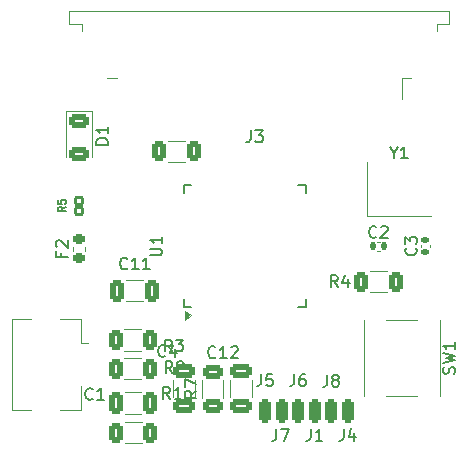
<source format=gto>
%TF.GenerationSoftware,KiCad,Pcbnew,9.0.0*%
%TF.CreationDate,2025-04-22T08:44:39+02:00*%
%TF.ProjectId,Jornada_keyboard_USB,4a6f726e-6164-4615-9f6b-6579626f6172,rev?*%
%TF.SameCoordinates,Original*%
%TF.FileFunction,Legend,Top*%
%TF.FilePolarity,Positive*%
%FSLAX46Y46*%
G04 Gerber Fmt 4.6, Leading zero omitted, Abs format (unit mm)*
G04 Created by KiCad (PCBNEW 9.0.0) date 2025-04-22 08:44:39*
%MOMM*%
%LPD*%
G01*
G04 APERTURE LIST*
G04 Aperture macros list*
%AMRoundRect*
0 Rectangle with rounded corners*
0 $1 Rounding radius*
0 $2 $3 $4 $5 $6 $7 $8 $9 X,Y pos of 4 corners*
0 Add a 4 corners polygon primitive as box body*
4,1,4,$2,$3,$4,$5,$6,$7,$8,$9,$2,$3,0*
0 Add four circle primitives for the rounded corners*
1,1,$1+$1,$2,$3*
1,1,$1+$1,$4,$5*
1,1,$1+$1,$6,$7*
1,1,$1+$1,$8,$9*
0 Add four rect primitives between the rounded corners*
20,1,$1+$1,$2,$3,$4,$5,0*
20,1,$1+$1,$4,$5,$6,$7,0*
20,1,$1+$1,$6,$7,$8,$9,0*
20,1,$1+$1,$8,$9,$2,$3,0*%
G04 Aperture macros list end*
%ADD10C,0.150000*%
%ADD11C,0.120000*%
%ADD12R,2.100000X1.800000*%
%ADD13R,0.550000X1.500000*%
%ADD14R,1.500000X0.550000*%
%ADD15RoundRect,0.250000X-0.312500X-0.625000X0.312500X-0.625000X0.312500X0.625000X-0.312500X0.625000X0*%
%ADD16RoundRect,0.250000X0.312500X0.625000X-0.312500X0.625000X-0.312500X-0.625000X0.312500X-0.625000X0*%
%ADD17RoundRect,0.250000X-0.250000X-0.750000X0.250000X-0.750000X0.250000X0.750000X-0.250000X0.750000X0*%
%ADD18RoundRect,0.250000X0.625000X-0.312500X0.625000X0.312500X-0.625000X0.312500X-0.625000X-0.312500X0*%
%ADD19RoundRect,0.250000X-0.325000X-0.650000X0.325000X-0.650000X0.325000X0.650000X-0.325000X0.650000X0*%
%ADD20R,1.400000X0.400000*%
%ADD21R,1.900000X2.300000*%
%ADD22R,1.900000X1.800000*%
%ADD23R,0.610000X2.000000*%
%ADD24R,2.680000X3.600000*%
%ADD25RoundRect,0.140000X-0.140000X-0.170000X0.140000X-0.170000X0.140000X0.170000X-0.140000X0.170000X0*%
%ADD26RoundRect,0.250000X-0.650000X0.325000X-0.650000X-0.325000X0.650000X-0.325000X0.650000X0.325000X0*%
%ADD27RoundRect,0.250000X-0.625000X0.375000X-0.625000X-0.375000X0.625000X-0.375000X0.625000X0.375000X0*%
%ADD28RoundRect,0.102000X-0.300000X0.280000X-0.300000X-0.280000X0.300000X-0.280000X0.300000X0.280000X0*%
%ADD29R,1.300000X1.550000*%
%ADD30RoundRect,0.250000X0.325000X0.650000X-0.325000X0.650000X-0.325000X-0.650000X0.325000X-0.650000X0*%
%ADD31RoundRect,0.140000X0.170000X-0.140000X0.170000X0.140000X-0.170000X0.140000X-0.170000X-0.140000X0*%
%ADD32RoundRect,0.218750X0.256250X-0.218750X0.256250X0.218750X-0.256250X0.218750X-0.256250X-0.218750X0*%
G04 APERTURE END LIST*
D10*
X54073809Y-28578628D02*
X54073809Y-29054819D01*
X53740476Y-28054819D02*
X54073809Y-28578628D01*
X54073809Y-28578628D02*
X54407142Y-28054819D01*
X55264285Y-29054819D02*
X54692857Y-29054819D01*
X54978571Y-29054819D02*
X54978571Y-28054819D01*
X54978571Y-28054819D02*
X54883333Y-28197676D01*
X54883333Y-28197676D02*
X54788095Y-28292914D01*
X54788095Y-28292914D02*
X54692857Y-28340533D01*
X33454819Y-37261904D02*
X34264342Y-37261904D01*
X34264342Y-37261904D02*
X34359580Y-37214285D01*
X34359580Y-37214285D02*
X34407200Y-37166666D01*
X34407200Y-37166666D02*
X34454819Y-37071428D01*
X34454819Y-37071428D02*
X34454819Y-36880952D01*
X34454819Y-36880952D02*
X34407200Y-36785714D01*
X34407200Y-36785714D02*
X34359580Y-36738095D01*
X34359580Y-36738095D02*
X34264342Y-36690476D01*
X34264342Y-36690476D02*
X33454819Y-36690476D01*
X34454819Y-35690476D02*
X34454819Y-36261904D01*
X34454819Y-35976190D02*
X33454819Y-35976190D01*
X33454819Y-35976190D02*
X33597676Y-36071428D01*
X33597676Y-36071428D02*
X33692914Y-36166666D01*
X33692914Y-36166666D02*
X33740533Y-36261904D01*
X49333333Y-39954819D02*
X49000000Y-39478628D01*
X48761905Y-39954819D02*
X48761905Y-38954819D01*
X48761905Y-38954819D02*
X49142857Y-38954819D01*
X49142857Y-38954819D02*
X49238095Y-39002438D01*
X49238095Y-39002438D02*
X49285714Y-39050057D01*
X49285714Y-39050057D02*
X49333333Y-39145295D01*
X49333333Y-39145295D02*
X49333333Y-39288152D01*
X49333333Y-39288152D02*
X49285714Y-39383390D01*
X49285714Y-39383390D02*
X49238095Y-39431009D01*
X49238095Y-39431009D02*
X49142857Y-39478628D01*
X49142857Y-39478628D02*
X48761905Y-39478628D01*
X50190476Y-39288152D02*
X50190476Y-39954819D01*
X49952381Y-38907200D02*
X49714286Y-39621485D01*
X49714286Y-39621485D02*
X50333333Y-39621485D01*
X48434666Y-47384619D02*
X48434666Y-48098904D01*
X48434666Y-48098904D02*
X48387047Y-48241761D01*
X48387047Y-48241761D02*
X48291809Y-48337000D01*
X48291809Y-48337000D02*
X48148952Y-48384619D01*
X48148952Y-48384619D02*
X48053714Y-48384619D01*
X49053714Y-47813190D02*
X48958476Y-47765571D01*
X48958476Y-47765571D02*
X48910857Y-47717952D01*
X48910857Y-47717952D02*
X48863238Y-47622714D01*
X48863238Y-47622714D02*
X48863238Y-47575095D01*
X48863238Y-47575095D02*
X48910857Y-47479857D01*
X48910857Y-47479857D02*
X48958476Y-47432238D01*
X48958476Y-47432238D02*
X49053714Y-47384619D01*
X49053714Y-47384619D02*
X49244190Y-47384619D01*
X49244190Y-47384619D02*
X49339428Y-47432238D01*
X49339428Y-47432238D02*
X49387047Y-47479857D01*
X49387047Y-47479857D02*
X49434666Y-47575095D01*
X49434666Y-47575095D02*
X49434666Y-47622714D01*
X49434666Y-47622714D02*
X49387047Y-47717952D01*
X49387047Y-47717952D02*
X49339428Y-47765571D01*
X49339428Y-47765571D02*
X49244190Y-47813190D01*
X49244190Y-47813190D02*
X49053714Y-47813190D01*
X49053714Y-47813190D02*
X48958476Y-47860809D01*
X48958476Y-47860809D02*
X48910857Y-47908428D01*
X48910857Y-47908428D02*
X48863238Y-48003666D01*
X48863238Y-48003666D02*
X48863238Y-48194142D01*
X48863238Y-48194142D02*
X48910857Y-48289380D01*
X48910857Y-48289380D02*
X48958476Y-48337000D01*
X48958476Y-48337000D02*
X49053714Y-48384619D01*
X49053714Y-48384619D02*
X49244190Y-48384619D01*
X49244190Y-48384619D02*
X49339428Y-48337000D01*
X49339428Y-48337000D02*
X49387047Y-48289380D01*
X49387047Y-48289380D02*
X49434666Y-48194142D01*
X49434666Y-48194142D02*
X49434666Y-48003666D01*
X49434666Y-48003666D02*
X49387047Y-47908428D01*
X49387047Y-47908428D02*
X49339428Y-47860809D01*
X49339428Y-47860809D02*
X49244190Y-47813190D01*
X37369819Y-48746166D02*
X36893628Y-49079499D01*
X37369819Y-49317594D02*
X36369819Y-49317594D01*
X36369819Y-49317594D02*
X36369819Y-48936642D01*
X36369819Y-48936642D02*
X36417438Y-48841404D01*
X36417438Y-48841404D02*
X36465057Y-48793785D01*
X36465057Y-48793785D02*
X36560295Y-48746166D01*
X36560295Y-48746166D02*
X36703152Y-48746166D01*
X36703152Y-48746166D02*
X36798390Y-48793785D01*
X36798390Y-48793785D02*
X36846009Y-48841404D01*
X36846009Y-48841404D02*
X36893628Y-48936642D01*
X36893628Y-48936642D02*
X36893628Y-49317594D01*
X36369819Y-48412832D02*
X36369819Y-47746166D01*
X36369819Y-47746166D02*
X37369819Y-48174737D01*
X35135333Y-49406819D02*
X34802000Y-48930628D01*
X34563905Y-49406819D02*
X34563905Y-48406819D01*
X34563905Y-48406819D02*
X34944857Y-48406819D01*
X34944857Y-48406819D02*
X35040095Y-48454438D01*
X35040095Y-48454438D02*
X35087714Y-48502057D01*
X35087714Y-48502057D02*
X35135333Y-48597295D01*
X35135333Y-48597295D02*
X35135333Y-48740152D01*
X35135333Y-48740152D02*
X35087714Y-48835390D01*
X35087714Y-48835390D02*
X35040095Y-48883009D01*
X35040095Y-48883009D02*
X34944857Y-48930628D01*
X34944857Y-48930628D02*
X34563905Y-48930628D01*
X36087714Y-49406819D02*
X35516286Y-49406819D01*
X35802000Y-49406819D02*
X35802000Y-48406819D01*
X35802000Y-48406819D02*
X35706762Y-48549676D01*
X35706762Y-48549676D02*
X35611524Y-48644914D01*
X35611524Y-48644914D02*
X35516286Y-48692533D01*
X31513142Y-38368580D02*
X31465523Y-38416200D01*
X31465523Y-38416200D02*
X31322666Y-38463819D01*
X31322666Y-38463819D02*
X31227428Y-38463819D01*
X31227428Y-38463819D02*
X31084571Y-38416200D01*
X31084571Y-38416200D02*
X30989333Y-38320961D01*
X30989333Y-38320961D02*
X30941714Y-38225723D01*
X30941714Y-38225723D02*
X30894095Y-38035247D01*
X30894095Y-38035247D02*
X30894095Y-37892390D01*
X30894095Y-37892390D02*
X30941714Y-37701914D01*
X30941714Y-37701914D02*
X30989333Y-37606676D01*
X30989333Y-37606676D02*
X31084571Y-37511438D01*
X31084571Y-37511438D02*
X31227428Y-37463819D01*
X31227428Y-37463819D02*
X31322666Y-37463819D01*
X31322666Y-37463819D02*
X31465523Y-37511438D01*
X31465523Y-37511438D02*
X31513142Y-37559057D01*
X32465523Y-38463819D02*
X31894095Y-38463819D01*
X32179809Y-38463819D02*
X32179809Y-37463819D01*
X32179809Y-37463819D02*
X32084571Y-37606676D01*
X32084571Y-37606676D02*
X31989333Y-37701914D01*
X31989333Y-37701914D02*
X31894095Y-37749533D01*
X33417904Y-38463819D02*
X32846476Y-38463819D01*
X33132190Y-38463819D02*
X33132190Y-37463819D01*
X33132190Y-37463819D02*
X33036952Y-37606676D01*
X33036952Y-37606676D02*
X32941714Y-37701914D01*
X32941714Y-37701914D02*
X32846476Y-37749533D01*
X35342533Y-47249019D02*
X35009200Y-46772828D01*
X34771105Y-47249019D02*
X34771105Y-46249019D01*
X34771105Y-46249019D02*
X35152057Y-46249019D01*
X35152057Y-46249019D02*
X35247295Y-46296638D01*
X35247295Y-46296638D02*
X35294914Y-46344257D01*
X35294914Y-46344257D02*
X35342533Y-46439495D01*
X35342533Y-46439495D02*
X35342533Y-46582352D01*
X35342533Y-46582352D02*
X35294914Y-46677590D01*
X35294914Y-46677590D02*
X35247295Y-46725209D01*
X35247295Y-46725209D02*
X35152057Y-46772828D01*
X35152057Y-46772828D02*
X34771105Y-46772828D01*
X35723486Y-46344257D02*
X35771105Y-46296638D01*
X35771105Y-46296638D02*
X35866343Y-46249019D01*
X35866343Y-46249019D02*
X36104438Y-46249019D01*
X36104438Y-46249019D02*
X36199676Y-46296638D01*
X36199676Y-46296638D02*
X36247295Y-46344257D01*
X36247295Y-46344257D02*
X36294914Y-46439495D01*
X36294914Y-46439495D02*
X36294914Y-46534733D01*
X36294914Y-46534733D02*
X36247295Y-46677590D01*
X36247295Y-46677590D02*
X35675867Y-47249019D01*
X35675867Y-47249019D02*
X36294914Y-47249019D01*
X41983066Y-26683619D02*
X41983066Y-27397904D01*
X41983066Y-27397904D02*
X41935447Y-27540761D01*
X41935447Y-27540761D02*
X41840209Y-27636000D01*
X41840209Y-27636000D02*
X41697352Y-27683619D01*
X41697352Y-27683619D02*
X41602114Y-27683619D01*
X42364019Y-26683619D02*
X42983066Y-26683619D01*
X42983066Y-26683619D02*
X42649733Y-27064571D01*
X42649733Y-27064571D02*
X42792590Y-27064571D01*
X42792590Y-27064571D02*
X42887828Y-27112190D01*
X42887828Y-27112190D02*
X42935447Y-27159809D01*
X42935447Y-27159809D02*
X42983066Y-27255047D01*
X42983066Y-27255047D02*
X42983066Y-27493142D01*
X42983066Y-27493142D02*
X42935447Y-27588380D01*
X42935447Y-27588380D02*
X42887828Y-27636000D01*
X42887828Y-27636000D02*
X42792590Y-27683619D01*
X42792590Y-27683619D02*
X42506876Y-27683619D01*
X42506876Y-27683619D02*
X42411638Y-27636000D01*
X42411638Y-27636000D02*
X42364019Y-27588380D01*
X52608333Y-35699580D02*
X52560714Y-35747200D01*
X52560714Y-35747200D02*
X52417857Y-35794819D01*
X52417857Y-35794819D02*
X52322619Y-35794819D01*
X52322619Y-35794819D02*
X52179762Y-35747200D01*
X52179762Y-35747200D02*
X52084524Y-35651961D01*
X52084524Y-35651961D02*
X52036905Y-35556723D01*
X52036905Y-35556723D02*
X51989286Y-35366247D01*
X51989286Y-35366247D02*
X51989286Y-35223390D01*
X51989286Y-35223390D02*
X52036905Y-35032914D01*
X52036905Y-35032914D02*
X52084524Y-34937676D01*
X52084524Y-34937676D02*
X52179762Y-34842438D01*
X52179762Y-34842438D02*
X52322619Y-34794819D01*
X52322619Y-34794819D02*
X52417857Y-34794819D01*
X52417857Y-34794819D02*
X52560714Y-34842438D01*
X52560714Y-34842438D02*
X52608333Y-34890057D01*
X52989286Y-34890057D02*
X53036905Y-34842438D01*
X53036905Y-34842438D02*
X53132143Y-34794819D01*
X53132143Y-34794819D02*
X53370238Y-34794819D01*
X53370238Y-34794819D02*
X53465476Y-34842438D01*
X53465476Y-34842438D02*
X53513095Y-34890057D01*
X53513095Y-34890057D02*
X53560714Y-34985295D01*
X53560714Y-34985295D02*
X53560714Y-35080533D01*
X53560714Y-35080533D02*
X53513095Y-35223390D01*
X53513095Y-35223390D02*
X52941667Y-35794819D01*
X52941667Y-35794819D02*
X53560714Y-35794819D01*
X38981142Y-45876380D02*
X38933523Y-45924000D01*
X38933523Y-45924000D02*
X38790666Y-45971619D01*
X38790666Y-45971619D02*
X38695428Y-45971619D01*
X38695428Y-45971619D02*
X38552571Y-45924000D01*
X38552571Y-45924000D02*
X38457333Y-45828761D01*
X38457333Y-45828761D02*
X38409714Y-45733523D01*
X38409714Y-45733523D02*
X38362095Y-45543047D01*
X38362095Y-45543047D02*
X38362095Y-45400190D01*
X38362095Y-45400190D02*
X38409714Y-45209714D01*
X38409714Y-45209714D02*
X38457333Y-45114476D01*
X38457333Y-45114476D02*
X38552571Y-45019238D01*
X38552571Y-45019238D02*
X38695428Y-44971619D01*
X38695428Y-44971619D02*
X38790666Y-44971619D01*
X38790666Y-44971619D02*
X38933523Y-45019238D01*
X38933523Y-45019238D02*
X38981142Y-45066857D01*
X39933523Y-45971619D02*
X39362095Y-45971619D01*
X39647809Y-45971619D02*
X39647809Y-44971619D01*
X39647809Y-44971619D02*
X39552571Y-45114476D01*
X39552571Y-45114476D02*
X39457333Y-45209714D01*
X39457333Y-45209714D02*
X39362095Y-45257333D01*
X40314476Y-45066857D02*
X40362095Y-45019238D01*
X40362095Y-45019238D02*
X40457333Y-44971619D01*
X40457333Y-44971619D02*
X40695428Y-44971619D01*
X40695428Y-44971619D02*
X40790666Y-45019238D01*
X40790666Y-45019238D02*
X40838285Y-45066857D01*
X40838285Y-45066857D02*
X40885904Y-45162095D01*
X40885904Y-45162095D02*
X40885904Y-45257333D01*
X40885904Y-45257333D02*
X40838285Y-45400190D01*
X40838285Y-45400190D02*
X40266857Y-45971619D01*
X40266857Y-45971619D02*
X40885904Y-45971619D01*
X29886819Y-27897544D02*
X28886819Y-27897544D01*
X28886819Y-27897544D02*
X28886819Y-27659449D01*
X28886819Y-27659449D02*
X28934438Y-27516592D01*
X28934438Y-27516592D02*
X29029676Y-27421354D01*
X29029676Y-27421354D02*
X29124914Y-27373735D01*
X29124914Y-27373735D02*
X29315390Y-27326116D01*
X29315390Y-27326116D02*
X29458247Y-27326116D01*
X29458247Y-27326116D02*
X29648723Y-27373735D01*
X29648723Y-27373735D02*
X29743961Y-27421354D01*
X29743961Y-27421354D02*
X29839200Y-27516592D01*
X29839200Y-27516592D02*
X29886819Y-27659449D01*
X29886819Y-27659449D02*
X29886819Y-27897544D01*
X29886819Y-26373735D02*
X29886819Y-26945163D01*
X29886819Y-26659449D02*
X28886819Y-26659449D01*
X28886819Y-26659449D02*
X29029676Y-26754687D01*
X29029676Y-26754687D02*
X29124914Y-26849925D01*
X29124914Y-26849925D02*
X29172533Y-26945163D01*
X26288276Y-33171666D02*
X25983514Y-33385000D01*
X26288276Y-33537381D02*
X25648276Y-33537381D01*
X25648276Y-33537381D02*
X25648276Y-33293571D01*
X25648276Y-33293571D02*
X25678752Y-33232619D01*
X25678752Y-33232619D02*
X25709228Y-33202142D01*
X25709228Y-33202142D02*
X25770180Y-33171666D01*
X25770180Y-33171666D02*
X25861609Y-33171666D01*
X25861609Y-33171666D02*
X25922561Y-33202142D01*
X25922561Y-33202142D02*
X25953038Y-33232619D01*
X25953038Y-33232619D02*
X25983514Y-33293571D01*
X25983514Y-33293571D02*
X25983514Y-33537381D01*
X25648276Y-32592619D02*
X25648276Y-32897381D01*
X25648276Y-32897381D02*
X25953038Y-32927857D01*
X25953038Y-32927857D02*
X25922561Y-32897381D01*
X25922561Y-32897381D02*
X25892085Y-32836428D01*
X25892085Y-32836428D02*
X25892085Y-32684047D01*
X25892085Y-32684047D02*
X25922561Y-32623095D01*
X25922561Y-32623095D02*
X25953038Y-32592619D01*
X25953038Y-32592619D02*
X26013990Y-32562142D01*
X26013990Y-32562142D02*
X26166371Y-32562142D01*
X26166371Y-32562142D02*
X26227323Y-32592619D01*
X26227323Y-32592619D02*
X26257800Y-32623095D01*
X26257800Y-32623095D02*
X26288276Y-32684047D01*
X26288276Y-32684047D02*
X26288276Y-32836428D01*
X26288276Y-32836428D02*
X26257800Y-32897381D01*
X26257800Y-32897381D02*
X26227323Y-32927857D01*
X49831666Y-51956619D02*
X49831666Y-52670904D01*
X49831666Y-52670904D02*
X49784047Y-52813761D01*
X49784047Y-52813761D02*
X49688809Y-52909000D01*
X49688809Y-52909000D02*
X49545952Y-52956619D01*
X49545952Y-52956619D02*
X49450714Y-52956619D01*
X50736428Y-52289952D02*
X50736428Y-52956619D01*
X50498333Y-51909000D02*
X50260238Y-52623285D01*
X50260238Y-52623285D02*
X50879285Y-52623285D01*
X34732933Y-45774780D02*
X34685314Y-45822400D01*
X34685314Y-45822400D02*
X34542457Y-45870019D01*
X34542457Y-45870019D02*
X34447219Y-45870019D01*
X34447219Y-45870019D02*
X34304362Y-45822400D01*
X34304362Y-45822400D02*
X34209124Y-45727161D01*
X34209124Y-45727161D02*
X34161505Y-45631923D01*
X34161505Y-45631923D02*
X34113886Y-45441447D01*
X34113886Y-45441447D02*
X34113886Y-45298590D01*
X34113886Y-45298590D02*
X34161505Y-45108114D01*
X34161505Y-45108114D02*
X34209124Y-45012876D01*
X34209124Y-45012876D02*
X34304362Y-44917638D01*
X34304362Y-44917638D02*
X34447219Y-44870019D01*
X34447219Y-44870019D02*
X34542457Y-44870019D01*
X34542457Y-44870019D02*
X34685314Y-44917638D01*
X34685314Y-44917638D02*
X34732933Y-44965257D01*
X35590076Y-45203352D02*
X35590076Y-45870019D01*
X35351981Y-44822400D02*
X35113886Y-45536685D01*
X35113886Y-45536685D02*
X35732933Y-45536685D01*
X44142066Y-51956619D02*
X44142066Y-52670904D01*
X44142066Y-52670904D02*
X44094447Y-52813761D01*
X44094447Y-52813761D02*
X43999209Y-52909000D01*
X43999209Y-52909000D02*
X43856352Y-52956619D01*
X43856352Y-52956619D02*
X43761114Y-52956619D01*
X44523019Y-51956619D02*
X45189685Y-51956619D01*
X45189685Y-51956619D02*
X44761114Y-52956619D01*
X45640666Y-47333819D02*
X45640666Y-48048104D01*
X45640666Y-48048104D02*
X45593047Y-48190961D01*
X45593047Y-48190961D02*
X45497809Y-48286200D01*
X45497809Y-48286200D02*
X45354952Y-48333819D01*
X45354952Y-48333819D02*
X45259714Y-48333819D01*
X46545428Y-47333819D02*
X46354952Y-47333819D01*
X46354952Y-47333819D02*
X46259714Y-47381438D01*
X46259714Y-47381438D02*
X46212095Y-47429057D01*
X46212095Y-47429057D02*
X46116857Y-47571914D01*
X46116857Y-47571914D02*
X46069238Y-47762390D01*
X46069238Y-47762390D02*
X46069238Y-48143342D01*
X46069238Y-48143342D02*
X46116857Y-48238580D01*
X46116857Y-48238580D02*
X46164476Y-48286200D01*
X46164476Y-48286200D02*
X46259714Y-48333819D01*
X46259714Y-48333819D02*
X46450190Y-48333819D01*
X46450190Y-48333819D02*
X46545428Y-48286200D01*
X46545428Y-48286200D02*
X46593047Y-48238580D01*
X46593047Y-48238580D02*
X46640666Y-48143342D01*
X46640666Y-48143342D02*
X46640666Y-47905247D01*
X46640666Y-47905247D02*
X46593047Y-47810009D01*
X46593047Y-47810009D02*
X46545428Y-47762390D01*
X46545428Y-47762390D02*
X46450190Y-47714771D01*
X46450190Y-47714771D02*
X46259714Y-47714771D01*
X46259714Y-47714771D02*
X46164476Y-47762390D01*
X46164476Y-47762390D02*
X46116857Y-47810009D01*
X46116857Y-47810009D02*
X46069238Y-47905247D01*
X35283333Y-45404819D02*
X34950000Y-44928628D01*
X34711905Y-45404819D02*
X34711905Y-44404819D01*
X34711905Y-44404819D02*
X35092857Y-44404819D01*
X35092857Y-44404819D02*
X35188095Y-44452438D01*
X35188095Y-44452438D02*
X35235714Y-44500057D01*
X35235714Y-44500057D02*
X35283333Y-44595295D01*
X35283333Y-44595295D02*
X35283333Y-44738152D01*
X35283333Y-44738152D02*
X35235714Y-44833390D01*
X35235714Y-44833390D02*
X35188095Y-44881009D01*
X35188095Y-44881009D02*
X35092857Y-44928628D01*
X35092857Y-44928628D02*
X34711905Y-44928628D01*
X35616667Y-44404819D02*
X36235714Y-44404819D01*
X36235714Y-44404819D02*
X35902381Y-44785771D01*
X35902381Y-44785771D02*
X36045238Y-44785771D01*
X36045238Y-44785771D02*
X36140476Y-44833390D01*
X36140476Y-44833390D02*
X36188095Y-44881009D01*
X36188095Y-44881009D02*
X36235714Y-44976247D01*
X36235714Y-44976247D02*
X36235714Y-45214342D01*
X36235714Y-45214342D02*
X36188095Y-45309580D01*
X36188095Y-45309580D02*
X36140476Y-45357200D01*
X36140476Y-45357200D02*
X36045238Y-45404819D01*
X36045238Y-45404819D02*
X35759524Y-45404819D01*
X35759524Y-45404819D02*
X35664286Y-45357200D01*
X35664286Y-45357200D02*
X35616667Y-45309580D01*
X59207200Y-47313332D02*
X59254819Y-47170475D01*
X59254819Y-47170475D02*
X59254819Y-46932380D01*
X59254819Y-46932380D02*
X59207200Y-46837142D01*
X59207200Y-46837142D02*
X59159580Y-46789523D01*
X59159580Y-46789523D02*
X59064342Y-46741904D01*
X59064342Y-46741904D02*
X58969104Y-46741904D01*
X58969104Y-46741904D02*
X58873866Y-46789523D01*
X58873866Y-46789523D02*
X58826247Y-46837142D01*
X58826247Y-46837142D02*
X58778628Y-46932380D01*
X58778628Y-46932380D02*
X58731009Y-47122856D01*
X58731009Y-47122856D02*
X58683390Y-47218094D01*
X58683390Y-47218094D02*
X58635771Y-47265713D01*
X58635771Y-47265713D02*
X58540533Y-47313332D01*
X58540533Y-47313332D02*
X58445295Y-47313332D01*
X58445295Y-47313332D02*
X58350057Y-47265713D01*
X58350057Y-47265713D02*
X58302438Y-47218094D01*
X58302438Y-47218094D02*
X58254819Y-47122856D01*
X58254819Y-47122856D02*
X58254819Y-46884761D01*
X58254819Y-46884761D02*
X58302438Y-46741904D01*
X58254819Y-46408570D02*
X59254819Y-46170475D01*
X59254819Y-46170475D02*
X58540533Y-45979999D01*
X58540533Y-45979999D02*
X59254819Y-45789523D01*
X59254819Y-45789523D02*
X58254819Y-45551428D01*
X59254819Y-44646666D02*
X59254819Y-45218094D01*
X59254819Y-44932380D02*
X58254819Y-44932380D01*
X58254819Y-44932380D02*
X58397676Y-45027618D01*
X58397676Y-45027618D02*
X58492914Y-45122856D01*
X58492914Y-45122856D02*
X58540533Y-45218094D01*
X42846666Y-47333819D02*
X42846666Y-48048104D01*
X42846666Y-48048104D02*
X42799047Y-48190961D01*
X42799047Y-48190961D02*
X42703809Y-48286200D01*
X42703809Y-48286200D02*
X42560952Y-48333819D01*
X42560952Y-48333819D02*
X42465714Y-48333819D01*
X43799047Y-47333819D02*
X43322857Y-47333819D01*
X43322857Y-47333819D02*
X43275238Y-47810009D01*
X43275238Y-47810009D02*
X43322857Y-47762390D01*
X43322857Y-47762390D02*
X43418095Y-47714771D01*
X43418095Y-47714771D02*
X43656190Y-47714771D01*
X43656190Y-47714771D02*
X43751428Y-47762390D01*
X43751428Y-47762390D02*
X43799047Y-47810009D01*
X43799047Y-47810009D02*
X43846666Y-47905247D01*
X43846666Y-47905247D02*
X43846666Y-48143342D01*
X43846666Y-48143342D02*
X43799047Y-48238580D01*
X43799047Y-48238580D02*
X43751428Y-48286200D01*
X43751428Y-48286200D02*
X43656190Y-48333819D01*
X43656190Y-48333819D02*
X43418095Y-48333819D01*
X43418095Y-48333819D02*
X43322857Y-48286200D01*
X43322857Y-48286200D02*
X43275238Y-48238580D01*
X28582133Y-49413180D02*
X28534514Y-49460800D01*
X28534514Y-49460800D02*
X28391657Y-49508419D01*
X28391657Y-49508419D02*
X28296419Y-49508419D01*
X28296419Y-49508419D02*
X28153562Y-49460800D01*
X28153562Y-49460800D02*
X28058324Y-49365561D01*
X28058324Y-49365561D02*
X28010705Y-49270323D01*
X28010705Y-49270323D02*
X27963086Y-49079847D01*
X27963086Y-49079847D02*
X27963086Y-48936990D01*
X27963086Y-48936990D02*
X28010705Y-48746514D01*
X28010705Y-48746514D02*
X28058324Y-48651276D01*
X28058324Y-48651276D02*
X28153562Y-48556038D01*
X28153562Y-48556038D02*
X28296419Y-48508419D01*
X28296419Y-48508419D02*
X28391657Y-48508419D01*
X28391657Y-48508419D02*
X28534514Y-48556038D01*
X28534514Y-48556038D02*
X28582133Y-48603657D01*
X29534514Y-49508419D02*
X28963086Y-49508419D01*
X29248800Y-49508419D02*
X29248800Y-48508419D01*
X29248800Y-48508419D02*
X29153562Y-48651276D01*
X29153562Y-48651276D02*
X29058324Y-48746514D01*
X29058324Y-48746514D02*
X28963086Y-48794133D01*
X55949580Y-36646666D02*
X55997200Y-36694285D01*
X55997200Y-36694285D02*
X56044819Y-36837142D01*
X56044819Y-36837142D02*
X56044819Y-36932380D01*
X56044819Y-36932380D02*
X55997200Y-37075237D01*
X55997200Y-37075237D02*
X55901961Y-37170475D01*
X55901961Y-37170475D02*
X55806723Y-37218094D01*
X55806723Y-37218094D02*
X55616247Y-37265713D01*
X55616247Y-37265713D02*
X55473390Y-37265713D01*
X55473390Y-37265713D02*
X55282914Y-37218094D01*
X55282914Y-37218094D02*
X55187676Y-37170475D01*
X55187676Y-37170475D02*
X55092438Y-37075237D01*
X55092438Y-37075237D02*
X55044819Y-36932380D01*
X55044819Y-36932380D02*
X55044819Y-36837142D01*
X55044819Y-36837142D02*
X55092438Y-36694285D01*
X55092438Y-36694285D02*
X55140057Y-36646666D01*
X55044819Y-36313332D02*
X55044819Y-35694285D01*
X55044819Y-35694285D02*
X55425771Y-36027618D01*
X55425771Y-36027618D02*
X55425771Y-35884761D01*
X55425771Y-35884761D02*
X55473390Y-35789523D01*
X55473390Y-35789523D02*
X55521009Y-35741904D01*
X55521009Y-35741904D02*
X55616247Y-35694285D01*
X55616247Y-35694285D02*
X55854342Y-35694285D01*
X55854342Y-35694285D02*
X55949580Y-35741904D01*
X55949580Y-35741904D02*
X55997200Y-35789523D01*
X55997200Y-35789523D02*
X56044819Y-35884761D01*
X56044819Y-35884761D02*
X56044819Y-36170475D01*
X56044819Y-36170475D02*
X55997200Y-36265713D01*
X55997200Y-36265713D02*
X55949580Y-36313332D01*
X47037666Y-51956619D02*
X47037666Y-52670904D01*
X47037666Y-52670904D02*
X46990047Y-52813761D01*
X46990047Y-52813761D02*
X46894809Y-52909000D01*
X46894809Y-52909000D02*
X46751952Y-52956619D01*
X46751952Y-52956619D02*
X46656714Y-52956619D01*
X48037666Y-52956619D02*
X47466238Y-52956619D01*
X47751952Y-52956619D02*
X47751952Y-51956619D01*
X47751952Y-51956619D02*
X47656714Y-52099476D01*
X47656714Y-52099476D02*
X47561476Y-52194714D01*
X47561476Y-52194714D02*
X47466238Y-52242333D01*
X25933009Y-37036333D02*
X25933009Y-37369666D01*
X26456819Y-37369666D02*
X25456819Y-37369666D01*
X25456819Y-37369666D02*
X25456819Y-36893476D01*
X25552057Y-36560142D02*
X25504438Y-36512523D01*
X25504438Y-36512523D02*
X25456819Y-36417285D01*
X25456819Y-36417285D02*
X25456819Y-36179190D01*
X25456819Y-36179190D02*
X25504438Y-36083952D01*
X25504438Y-36083952D02*
X25552057Y-36036333D01*
X25552057Y-36036333D02*
X25647295Y-35988714D01*
X25647295Y-35988714D02*
X25742533Y-35988714D01*
X25742533Y-35988714D02*
X25885390Y-36036333D01*
X25885390Y-36036333D02*
X26456819Y-36607761D01*
X26456819Y-36607761D02*
X26456819Y-35988714D01*
D11*
%TO.C,Y1*%
X51850000Y-29400000D02*
X51850000Y-33900000D01*
X51850000Y-33900000D02*
X57250000Y-33900000D01*
D10*
%TO.C,U1*%
X36275000Y-31325000D02*
X36275000Y-32000000D01*
X36275000Y-31325000D02*
X36950000Y-31325000D01*
X36275000Y-41675000D02*
X36275000Y-41000000D01*
X36275000Y-41675000D02*
X36890000Y-41675000D01*
X46625000Y-31325000D02*
X45950000Y-31325000D01*
X46625000Y-31325000D02*
X46625000Y-32000000D01*
X46625000Y-41675000D02*
X45950000Y-41675000D01*
X46625000Y-41675000D02*
X46625000Y-41000000D01*
D11*
X36910000Y-42360000D02*
X36440000Y-42700000D01*
X36440000Y-42020000D01*
X36910000Y-42360000D01*
G36*
X36910000Y-42360000D02*
G01*
X36440000Y-42700000D01*
X36440000Y-42020000D01*
X36910000Y-42360000D01*
G37*
%TO.C,R4*%
X52060436Y-38590000D02*
X53514564Y-38590000D01*
X52060436Y-40410000D02*
X53514564Y-40410000D01*
%TO.C,R6*%
X36426914Y-27561250D02*
X34972786Y-27561250D01*
X36426914Y-29381250D02*
X34972786Y-29381250D01*
%TO.C,R7*%
X37825000Y-49306564D02*
X37825000Y-47852436D01*
X39645000Y-49306564D02*
X39645000Y-47852436D01*
%TO.C,R1*%
X32743564Y-51374000D02*
X31289436Y-51374000D01*
X32743564Y-53194000D02*
X31289436Y-53194000D01*
%TO.C,C11*%
X31419748Y-39349000D02*
X32842252Y-39349000D01*
X31419748Y-41169000D02*
X32842252Y-41169000D01*
%TO.C,R2*%
X31260436Y-45953000D02*
X32714564Y-45953000D01*
X31260436Y-47773000D02*
X32714564Y-47773000D01*
%TO.C,J2*%
X21740000Y-42640000D02*
X21740000Y-50360000D01*
X21740000Y-42640000D02*
X23350000Y-42640000D01*
X21740000Y-50360000D02*
X23350000Y-50360000D01*
X25850000Y-42640000D02*
X27560000Y-42640000D01*
X25850000Y-50360000D02*
X27560000Y-50360000D01*
X27560000Y-42640000D02*
X27560000Y-44700000D01*
X27560000Y-44700000D02*
X28150000Y-44700000D01*
X27560000Y-50360000D02*
X27560000Y-48300000D01*
%TO.C,J3*%
X26614000Y-16610000D02*
X58754000Y-16610000D01*
X26614000Y-17720000D02*
X26614000Y-16610000D01*
X27639000Y-17720000D02*
X26614000Y-17720000D01*
X27639000Y-18260000D02*
X27639000Y-17720000D01*
X30619000Y-22230000D02*
X29794000Y-22230000D01*
X54749000Y-22230000D02*
X54749000Y-24030000D01*
X55574000Y-22230000D02*
X54749000Y-22230000D01*
X57729000Y-17720000D02*
X57729000Y-18260000D01*
X58754000Y-16610000D02*
X58754000Y-17720000D01*
X58754000Y-17720000D02*
X57729000Y-17720000D01*
%TO.C,C2*%
X52667164Y-36140000D02*
X52882836Y-36140000D01*
X52667164Y-36860000D02*
X52882836Y-36860000D01*
%TO.C,C12*%
X40238000Y-47851748D02*
X40238000Y-49274252D01*
X42058000Y-47851748D02*
X42058000Y-49274252D01*
%TO.C,D1*%
X26297000Y-25020000D02*
X26297000Y-28905000D01*
X28567000Y-25020000D02*
X26297000Y-25020000D01*
X28567000Y-28905000D02*
X28567000Y-25020000D01*
%TO.C,C4*%
X35412000Y-47851748D02*
X35412000Y-49274252D01*
X37232000Y-47851748D02*
X37232000Y-49274252D01*
%TO.C,R3*%
X32714564Y-43540000D02*
X31260436Y-43540000D01*
X32714564Y-45360000D02*
X31260436Y-45360000D01*
%TO.C,SW1*%
X51520000Y-42750000D02*
X51520000Y-49210000D01*
X51520000Y-42750000D02*
X51550000Y-42750000D01*
X51520000Y-49210000D02*
X51550000Y-49210000D01*
X56050000Y-42750000D02*
X53450000Y-42750000D01*
X56050000Y-49210000D02*
X53450000Y-49210000D01*
X57950000Y-42750000D02*
X57980000Y-42750000D01*
X57980000Y-42750000D02*
X57980000Y-49210000D01*
X57980000Y-49210000D02*
X57950000Y-49210000D01*
%TO.C,C1*%
X32715252Y-48874000D02*
X31292748Y-48874000D01*
X32715252Y-50694000D02*
X31292748Y-50694000D01*
%TO.C,C3*%
X56390000Y-36587836D02*
X56390000Y-36372164D01*
X57110000Y-36587836D02*
X57110000Y-36372164D01*
%TO.C,F2*%
X26922000Y-36865779D02*
X26922000Y-36540221D01*
X27942000Y-36865779D02*
X27942000Y-36540221D01*
%TD*%
%LPC*%
D12*
%TO.C,Y1*%
X53100000Y-32800000D03*
X56000000Y-32800000D03*
X56000000Y-30500000D03*
X53100000Y-30500000D03*
%TD*%
D13*
%TO.C,U1*%
X37450000Y-42200000D03*
X38250000Y-42200000D03*
X39050000Y-42200000D03*
X39850000Y-42200000D03*
X40650000Y-42200000D03*
X41450000Y-42200000D03*
X42250000Y-42200000D03*
X43050000Y-42200000D03*
X43850000Y-42200000D03*
X44650000Y-42200000D03*
X45450000Y-42200000D03*
D14*
X47150000Y-40500000D03*
X47150000Y-39700000D03*
X47150000Y-38900000D03*
X47150000Y-38100000D03*
X47150000Y-37300000D03*
X47150000Y-36500000D03*
X47150000Y-35700000D03*
X47150000Y-34900000D03*
X47150000Y-34100000D03*
X47150000Y-33300000D03*
X47150000Y-32500000D03*
D13*
X45450000Y-30800000D03*
X44650000Y-30800000D03*
X43850000Y-30800000D03*
X43050000Y-30800000D03*
X42250000Y-30800000D03*
X41450000Y-30800000D03*
X40650000Y-30800000D03*
X39850000Y-30800000D03*
X39050000Y-30800000D03*
X38250000Y-30800000D03*
X37450000Y-30800000D03*
D14*
X35750000Y-32500000D03*
X35750000Y-33300000D03*
X35750000Y-34100000D03*
X35750000Y-34900000D03*
X35750000Y-35700000D03*
X35750000Y-36500000D03*
X35750000Y-37300000D03*
X35750000Y-38100000D03*
X35750000Y-38900000D03*
X35750000Y-39700000D03*
X35750000Y-40500000D03*
%TD*%
D15*
%TO.C,R4*%
X51325000Y-39500000D03*
X54250000Y-39500000D03*
%TD*%
D16*
%TO.C,R6*%
X37162350Y-28471250D03*
X34237350Y-28471250D03*
%TD*%
D17*
%TO.C,J8*%
X48768000Y-50419000D03*
%TD*%
D18*
%TO.C,R7*%
X38735000Y-50042000D03*
X38735000Y-47117000D03*
%TD*%
D16*
%TO.C,R1*%
X33479000Y-52284000D03*
X30554000Y-52284000D03*
%TD*%
D19*
%TO.C,C11*%
X30656000Y-40259000D03*
X33606000Y-40259000D03*
%TD*%
D15*
%TO.C,R2*%
X30525000Y-46863000D03*
X33450000Y-46863000D03*
%TD*%
D20*
%TO.C,J2*%
X27450000Y-45200000D03*
X27450000Y-45850000D03*
X27450000Y-46500000D03*
X27450000Y-47150000D03*
X27450000Y-47800000D03*
D21*
X24600000Y-42750000D03*
D22*
X24600000Y-45350000D03*
X24600000Y-47650000D03*
D21*
X24600000Y-50250000D03*
%TD*%
D23*
%TO.C,J3*%
X54184000Y-23120000D03*
X53184000Y-23120000D03*
X52184000Y-23120000D03*
X51184000Y-23120000D03*
X50184000Y-23120000D03*
X49184000Y-23120000D03*
X48184000Y-23120000D03*
X47184000Y-23120000D03*
X46184000Y-23120000D03*
X45184000Y-23120000D03*
X44184000Y-23120000D03*
X43184000Y-23120000D03*
X42184000Y-23120000D03*
X41184000Y-23120000D03*
X40184000Y-23120000D03*
X39184000Y-23120000D03*
X38184000Y-23120000D03*
X37184000Y-23120000D03*
X36184000Y-23120000D03*
X35184000Y-23120000D03*
X34184000Y-23120000D03*
X33184000Y-23120000D03*
X32184000Y-23120000D03*
X31184000Y-23120000D03*
D24*
X57174000Y-20320000D03*
X28194000Y-20320000D03*
%TD*%
D25*
%TO.C,C2*%
X52295000Y-36500000D03*
X53255000Y-36500000D03*
%TD*%
D26*
%TO.C,C12*%
X41148000Y-47088000D03*
X41148000Y-50038000D03*
%TD*%
D27*
%TO.C,D1*%
X27432000Y-25905000D03*
X27432000Y-28705000D03*
%TD*%
D28*
%TO.C,R5*%
X27432000Y-32630000D03*
X27432000Y-33500000D03*
%TD*%
D17*
%TO.C,J4*%
X50165000Y-50419000D03*
%TD*%
D26*
%TO.C,C4*%
X36322000Y-47088000D03*
X36322000Y-50038000D03*
%TD*%
D17*
%TO.C,J7*%
X44577000Y-50419000D03*
%TD*%
%TO.C,J6*%
X45974000Y-50419000D03*
%TD*%
D16*
%TO.C,R3*%
X33450000Y-44450000D03*
X30525000Y-44450000D03*
%TD*%
D29*
%TO.C,SW1*%
X57000000Y-42000000D03*
X57000000Y-49960000D03*
X52500000Y-42000000D03*
X52500000Y-49960000D03*
%TD*%
D17*
%TO.C,J5*%
X43180000Y-50419000D03*
%TD*%
D30*
%TO.C,C1*%
X33479000Y-49784000D03*
X30529000Y-49784000D03*
%TD*%
D31*
%TO.C,C3*%
X56750000Y-36960000D03*
X56750000Y-36000000D03*
%TD*%
D17*
%TO.C,J1*%
X47371000Y-50419000D03*
%TD*%
D32*
%TO.C,F2*%
X27432000Y-37490500D03*
X27432000Y-35915500D03*
%TD*%
%LPD*%
M02*

</source>
